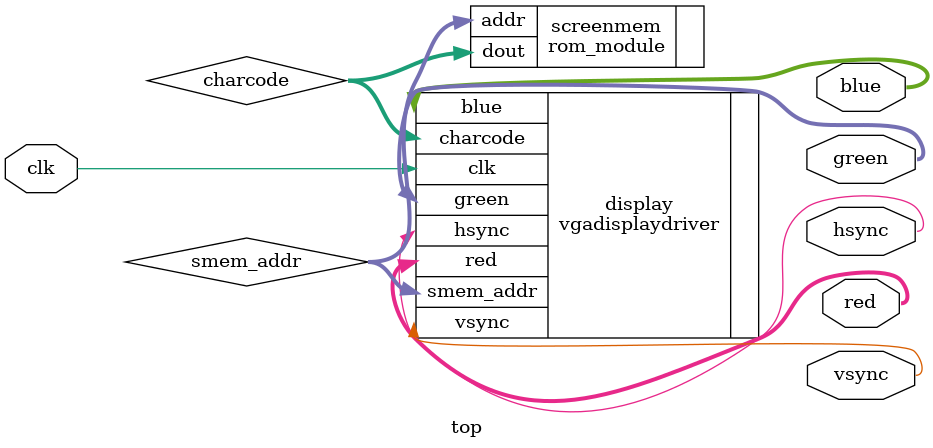
<source format=sv>

`timescale 1ns / 1ps
`default_nettype none

module top #(
    parameter Nchars=4,                         // number of characters/sprites
    parameter smem_size=1200,                   // smem size, 30 rows x 40 cols
    parameter smem_init="screenmem.mem", 	// text file to initialize screen memory
    parameter bmem_init="bitmapmem.mem" 	// text file to initialize bitmap memory
)(    
    input wire clk,
    // VGA outputs
    output wire [3:0] red, green, blue,
    output wire hsync, vsync
);

    wire [$clog2(smem_size)-1:0] smem_addr;
    wire [$clog2(Nchars)-1:0] charcode;
   
    rom_module #(.Nloc(smem_size), .Dbits($clog2(Nchars)), .initfile(smem_init)) screenmem(.addr(smem_addr), .dout(charcode));
    
    vgadisplaydriver #(
        .Nchars(Nchars), 
        .smem_size(smem_size), 
        .bmem_init(bmem_init)) 
        display(
            .clk(clk), 
            .smem_addr, 
            .charcode, 
            .hsync,
            .vsync, 
            .red, 
            .green, 
            .blue);

endmodule

</source>
